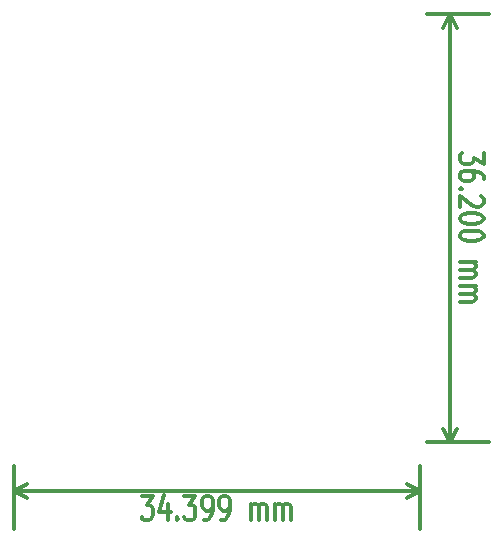
<source format=gbr>
G04 (created by PCBNEW-RS274X (2012-01-19 BZR 3256)-stable) date Wed 26 Sep 2012 01:10:11 PM NZST*
G01*
G70*
G90*
%MOIN*%
G04 Gerber Fmt 3.4, Leading zero omitted, Abs format*
%FSLAX34Y34*%
G04 APERTURE LIST*
%ADD10C,0.006000*%
%ADD11C,0.012000*%
G04 APERTURE END LIST*
G54D10*
G54D11*
X26030Y-22722D02*
X26401Y-22722D01*
X26201Y-23027D01*
X26287Y-23027D01*
X26344Y-23065D01*
X26373Y-23103D01*
X26401Y-23179D01*
X26401Y-23369D01*
X26373Y-23446D01*
X26344Y-23484D01*
X26287Y-23522D01*
X26115Y-23522D01*
X26058Y-23484D01*
X26030Y-23446D01*
X26915Y-22988D02*
X26915Y-23522D01*
X26772Y-22684D02*
X26629Y-23255D01*
X27001Y-23255D01*
X27229Y-23446D02*
X27257Y-23484D01*
X27229Y-23522D01*
X27200Y-23484D01*
X27229Y-23446D01*
X27229Y-23522D01*
X27458Y-22722D02*
X27829Y-22722D01*
X27629Y-23027D01*
X27715Y-23027D01*
X27772Y-23065D01*
X27801Y-23103D01*
X27829Y-23179D01*
X27829Y-23369D01*
X27801Y-23446D01*
X27772Y-23484D01*
X27715Y-23522D01*
X27543Y-23522D01*
X27486Y-23484D01*
X27458Y-23446D01*
X28114Y-23522D02*
X28229Y-23522D01*
X28286Y-23484D01*
X28314Y-23446D01*
X28372Y-23331D01*
X28400Y-23179D01*
X28400Y-22874D01*
X28372Y-22798D01*
X28343Y-22760D01*
X28286Y-22722D01*
X28172Y-22722D01*
X28114Y-22760D01*
X28086Y-22798D01*
X28057Y-22874D01*
X28057Y-23065D01*
X28086Y-23141D01*
X28114Y-23179D01*
X28172Y-23217D01*
X28286Y-23217D01*
X28343Y-23179D01*
X28372Y-23141D01*
X28400Y-23065D01*
X28685Y-23522D02*
X28800Y-23522D01*
X28857Y-23484D01*
X28885Y-23446D01*
X28943Y-23331D01*
X28971Y-23179D01*
X28971Y-22874D01*
X28943Y-22798D01*
X28914Y-22760D01*
X28857Y-22722D01*
X28743Y-22722D01*
X28685Y-22760D01*
X28657Y-22798D01*
X28628Y-22874D01*
X28628Y-23065D01*
X28657Y-23141D01*
X28685Y-23179D01*
X28743Y-23217D01*
X28857Y-23217D01*
X28914Y-23179D01*
X28943Y-23141D01*
X28971Y-23065D01*
X29685Y-23522D02*
X29685Y-22988D01*
X29685Y-23065D02*
X29713Y-23027D01*
X29771Y-22988D01*
X29856Y-22988D01*
X29913Y-23027D01*
X29942Y-23103D01*
X29942Y-23522D01*
X29942Y-23103D02*
X29971Y-23027D01*
X30028Y-22988D01*
X30113Y-22988D01*
X30171Y-23027D01*
X30199Y-23103D01*
X30199Y-23522D01*
X30485Y-23522D02*
X30485Y-22988D01*
X30485Y-23065D02*
X30513Y-23027D01*
X30571Y-22988D01*
X30656Y-22988D01*
X30713Y-23027D01*
X30742Y-23103D01*
X30742Y-23522D01*
X30742Y-23103D02*
X30771Y-23027D01*
X30828Y-22988D01*
X30913Y-22988D01*
X30971Y-23027D01*
X30999Y-23103D01*
X30999Y-23522D01*
X21772Y-22558D02*
X35315Y-22558D01*
X21772Y-21732D02*
X21772Y-23838D01*
X35315Y-21732D02*
X35315Y-23838D01*
X35315Y-22558D02*
X34872Y-22788D01*
X35315Y-22558D02*
X34872Y-22328D01*
X21772Y-22558D02*
X22215Y-22788D01*
X21772Y-22558D02*
X22215Y-22328D01*
X37434Y-11286D02*
X37434Y-11657D01*
X37129Y-11457D01*
X37129Y-11543D01*
X37091Y-11600D01*
X37053Y-11629D01*
X36977Y-11657D01*
X36787Y-11657D01*
X36710Y-11629D01*
X36672Y-11600D01*
X36634Y-11543D01*
X36634Y-11371D01*
X36672Y-11314D01*
X36710Y-11286D01*
X37434Y-12171D02*
X37434Y-12057D01*
X37396Y-12000D01*
X37358Y-11971D01*
X37244Y-11914D01*
X37091Y-11885D01*
X36787Y-11885D01*
X36710Y-11914D01*
X36672Y-11942D01*
X36634Y-12000D01*
X36634Y-12114D01*
X36672Y-12171D01*
X36710Y-12200D01*
X36787Y-12228D01*
X36977Y-12228D01*
X37053Y-12200D01*
X37091Y-12171D01*
X37129Y-12114D01*
X37129Y-12000D01*
X37091Y-11942D01*
X37053Y-11914D01*
X36977Y-11885D01*
X36710Y-12485D02*
X36672Y-12513D01*
X36634Y-12485D01*
X36672Y-12456D01*
X36710Y-12485D01*
X36634Y-12485D01*
X37358Y-12742D02*
X37396Y-12771D01*
X37434Y-12828D01*
X37434Y-12971D01*
X37396Y-13028D01*
X37358Y-13057D01*
X37282Y-13085D01*
X37206Y-13085D01*
X37091Y-13057D01*
X36634Y-12714D01*
X36634Y-13085D01*
X37434Y-13456D02*
X37434Y-13513D01*
X37396Y-13570D01*
X37358Y-13599D01*
X37282Y-13628D01*
X37129Y-13656D01*
X36939Y-13656D01*
X36787Y-13628D01*
X36710Y-13599D01*
X36672Y-13570D01*
X36634Y-13513D01*
X36634Y-13456D01*
X36672Y-13399D01*
X36710Y-13370D01*
X36787Y-13342D01*
X36939Y-13313D01*
X37129Y-13313D01*
X37282Y-13342D01*
X37358Y-13370D01*
X37396Y-13399D01*
X37434Y-13456D01*
X37434Y-14027D02*
X37434Y-14084D01*
X37396Y-14141D01*
X37358Y-14170D01*
X37282Y-14199D01*
X37129Y-14227D01*
X36939Y-14227D01*
X36787Y-14199D01*
X36710Y-14170D01*
X36672Y-14141D01*
X36634Y-14084D01*
X36634Y-14027D01*
X36672Y-13970D01*
X36710Y-13941D01*
X36787Y-13913D01*
X36939Y-13884D01*
X37129Y-13884D01*
X37282Y-13913D01*
X37358Y-13941D01*
X37396Y-13970D01*
X37434Y-14027D01*
X36634Y-14941D02*
X37168Y-14941D01*
X37091Y-14941D02*
X37129Y-14969D01*
X37168Y-15027D01*
X37168Y-15112D01*
X37129Y-15169D01*
X37053Y-15198D01*
X36634Y-15198D01*
X37053Y-15198D02*
X37129Y-15227D01*
X37168Y-15284D01*
X37168Y-15369D01*
X37129Y-15427D01*
X37053Y-15455D01*
X36634Y-15455D01*
X36634Y-15741D02*
X37168Y-15741D01*
X37091Y-15741D02*
X37129Y-15769D01*
X37168Y-15827D01*
X37168Y-15912D01*
X37129Y-15969D01*
X37053Y-15998D01*
X36634Y-15998D01*
X37053Y-15998D02*
X37129Y-16027D01*
X37168Y-16084D01*
X37168Y-16169D01*
X37129Y-16227D01*
X37053Y-16255D01*
X36634Y-16255D01*
X36318Y-06673D02*
X36318Y-20925D01*
X35551Y-06673D02*
X37598Y-06673D01*
X35551Y-20925D02*
X37598Y-20925D01*
X36318Y-20925D02*
X36088Y-20482D01*
X36318Y-20925D02*
X36548Y-20482D01*
X36318Y-06673D02*
X36088Y-07116D01*
X36318Y-06673D02*
X36548Y-07116D01*
M02*

</source>
